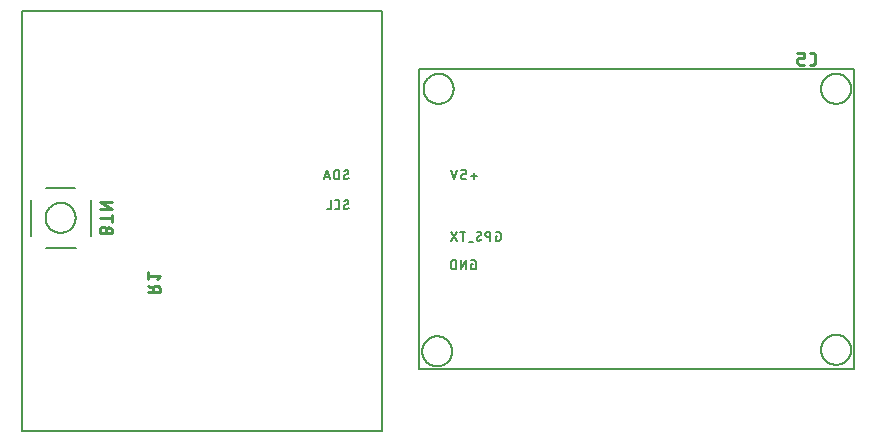
<source format=gbr>
G04 EAGLE Gerber RS-274X export*
G75*
%MOMM*%
%FSLAX34Y34*%
%LPD*%
%INSilkscreen Bottom*%
%IPPOS*%
%AMOC8*
5,1,8,0,0,1.08239X$1,22.5*%
G01*
%ADD10C,0.152400*%
%ADD11C,0.127000*%
%ADD12C,0.254000*%
%ADD13C,0.203200*%


D10*
X391546Y229939D02*
X386562Y229939D01*
X389054Y227447D02*
X389054Y232431D01*
X382491Y227032D02*
X379999Y227032D01*
X379920Y227034D01*
X379841Y227040D01*
X379763Y227049D01*
X379685Y227062D01*
X379607Y227079D01*
X379531Y227099D01*
X379456Y227123D01*
X379382Y227151D01*
X379309Y227182D01*
X379238Y227217D01*
X379169Y227255D01*
X379101Y227296D01*
X379036Y227340D01*
X378972Y227387D01*
X378911Y227438D01*
X378853Y227491D01*
X378797Y227547D01*
X378744Y227605D01*
X378693Y227666D01*
X378646Y227730D01*
X378602Y227795D01*
X378561Y227863D01*
X378523Y227932D01*
X378488Y228003D01*
X378457Y228076D01*
X378429Y228150D01*
X378405Y228225D01*
X378385Y228301D01*
X378368Y228379D01*
X378355Y228457D01*
X378346Y228535D01*
X378340Y228614D01*
X378338Y228693D01*
X378337Y228693D02*
X378337Y229524D01*
X378338Y229524D02*
X378340Y229603D01*
X378346Y229682D01*
X378355Y229760D01*
X378368Y229838D01*
X378385Y229916D01*
X378405Y229992D01*
X378429Y230067D01*
X378457Y230141D01*
X378488Y230214D01*
X378523Y230285D01*
X378561Y230355D01*
X378602Y230422D01*
X378646Y230487D01*
X378693Y230551D01*
X378744Y230612D01*
X378797Y230670D01*
X378853Y230726D01*
X378911Y230779D01*
X378972Y230830D01*
X379036Y230877D01*
X379101Y230921D01*
X379169Y230962D01*
X379238Y231000D01*
X379309Y231035D01*
X379382Y231066D01*
X379456Y231094D01*
X379531Y231118D01*
X379607Y231138D01*
X379685Y231155D01*
X379763Y231168D01*
X379841Y231177D01*
X379920Y231183D01*
X379999Y231185D01*
X382491Y231185D01*
X382491Y234508D01*
X378337Y234508D01*
X374806Y234508D02*
X372314Y227032D01*
X369822Y234508D01*
X407767Y179115D02*
X409013Y179115D01*
X407767Y179115D02*
X407767Y174962D01*
X410259Y174962D01*
X410338Y174964D01*
X410417Y174970D01*
X410495Y174979D01*
X410573Y174992D01*
X410651Y175009D01*
X410727Y175029D01*
X410802Y175053D01*
X410876Y175081D01*
X410949Y175112D01*
X411020Y175147D01*
X411090Y175185D01*
X411157Y175226D01*
X411222Y175270D01*
X411286Y175317D01*
X411347Y175368D01*
X411405Y175421D01*
X411461Y175477D01*
X411514Y175535D01*
X411565Y175596D01*
X411612Y175660D01*
X411656Y175725D01*
X411697Y175793D01*
X411735Y175862D01*
X411770Y175933D01*
X411801Y176006D01*
X411829Y176080D01*
X411853Y176155D01*
X411873Y176231D01*
X411890Y176309D01*
X411903Y176387D01*
X411912Y176465D01*
X411918Y176544D01*
X411920Y176623D01*
X411921Y176623D02*
X411921Y180777D01*
X411920Y180777D02*
X411918Y180856D01*
X411912Y180935D01*
X411903Y181013D01*
X411890Y181091D01*
X411873Y181169D01*
X411853Y181245D01*
X411829Y181320D01*
X411801Y181394D01*
X411770Y181467D01*
X411735Y181538D01*
X411697Y181608D01*
X411656Y181675D01*
X411612Y181740D01*
X411565Y181804D01*
X411514Y181865D01*
X411461Y181923D01*
X411405Y181979D01*
X411347Y182032D01*
X411286Y182083D01*
X411222Y182130D01*
X411157Y182174D01*
X411090Y182215D01*
X411020Y182253D01*
X410949Y182288D01*
X410876Y182319D01*
X410802Y182347D01*
X410727Y182371D01*
X410651Y182391D01*
X410573Y182408D01*
X410495Y182421D01*
X410417Y182430D01*
X410338Y182436D01*
X410259Y182438D01*
X407767Y182438D01*
X403094Y182438D02*
X403094Y174962D01*
X403094Y182438D02*
X401017Y182438D01*
X400928Y182436D01*
X400838Y182430D01*
X400750Y182421D01*
X400661Y182407D01*
X400574Y182390D01*
X400487Y182369D01*
X400401Y182344D01*
X400316Y182316D01*
X400233Y182284D01*
X400150Y182249D01*
X400070Y182210D01*
X399991Y182167D01*
X399915Y182121D01*
X399840Y182072D01*
X399767Y182020D01*
X399697Y181965D01*
X399629Y181907D01*
X399564Y181845D01*
X399502Y181782D01*
X399442Y181715D01*
X399385Y181646D01*
X399331Y181575D01*
X399281Y181501D01*
X399233Y181425D01*
X399189Y181347D01*
X399148Y181268D01*
X399111Y181187D01*
X399077Y181104D01*
X399047Y181020D01*
X399021Y180934D01*
X398998Y180848D01*
X398979Y180761D01*
X398964Y180673D01*
X398952Y180584D01*
X398944Y180495D01*
X398940Y180406D01*
X398940Y180316D01*
X398944Y180227D01*
X398952Y180138D01*
X398964Y180049D01*
X398979Y179961D01*
X398998Y179874D01*
X399021Y179788D01*
X399047Y179702D01*
X399077Y179618D01*
X399111Y179535D01*
X399148Y179454D01*
X399189Y179375D01*
X399233Y179297D01*
X399281Y179221D01*
X399331Y179147D01*
X399385Y179076D01*
X399442Y179007D01*
X399502Y178940D01*
X399564Y178877D01*
X399629Y178815D01*
X399697Y178757D01*
X399767Y178702D01*
X399840Y178650D01*
X399915Y178601D01*
X399991Y178555D01*
X400070Y178512D01*
X400150Y178473D01*
X400233Y178438D01*
X400316Y178406D01*
X400401Y178378D01*
X400487Y178353D01*
X400574Y178332D01*
X400661Y178315D01*
X400750Y178301D01*
X400838Y178292D01*
X400928Y178286D01*
X401017Y178284D01*
X401017Y178285D02*
X403094Y178285D01*
X393229Y174962D02*
X393150Y174964D01*
X393071Y174970D01*
X392993Y174979D01*
X392915Y174992D01*
X392837Y175009D01*
X392761Y175029D01*
X392686Y175053D01*
X392612Y175081D01*
X392539Y175112D01*
X392468Y175147D01*
X392399Y175185D01*
X392331Y175226D01*
X392266Y175270D01*
X392202Y175317D01*
X392141Y175368D01*
X392083Y175421D01*
X392027Y175477D01*
X391974Y175535D01*
X391923Y175596D01*
X391876Y175660D01*
X391832Y175725D01*
X391791Y175793D01*
X391753Y175862D01*
X391718Y175933D01*
X391687Y176006D01*
X391659Y176080D01*
X391635Y176155D01*
X391615Y176231D01*
X391598Y176309D01*
X391585Y176387D01*
X391576Y176465D01*
X391570Y176544D01*
X391568Y176623D01*
X393229Y174962D02*
X393344Y174964D01*
X393460Y174970D01*
X393575Y174979D01*
X393690Y174992D01*
X393804Y175009D01*
X393917Y175030D01*
X394030Y175055D01*
X394142Y175083D01*
X394253Y175115D01*
X394363Y175150D01*
X394472Y175189D01*
X394579Y175232D01*
X394685Y175278D01*
X394789Y175328D01*
X394892Y175381D01*
X394992Y175437D01*
X395091Y175497D01*
X395188Y175560D01*
X395283Y175626D01*
X395375Y175695D01*
X395466Y175767D01*
X395553Y175842D01*
X395639Y175920D01*
X395721Y176000D01*
X395513Y180777D02*
X395511Y180856D01*
X395505Y180935D01*
X395496Y181013D01*
X395483Y181091D01*
X395466Y181169D01*
X395446Y181245D01*
X395422Y181320D01*
X395394Y181394D01*
X395363Y181467D01*
X395328Y181538D01*
X395290Y181608D01*
X395249Y181675D01*
X395205Y181740D01*
X395158Y181804D01*
X395107Y181865D01*
X395054Y181923D01*
X394998Y181979D01*
X394940Y182032D01*
X394879Y182083D01*
X394815Y182130D01*
X394750Y182174D01*
X394683Y182215D01*
X394613Y182253D01*
X394542Y182288D01*
X394469Y182319D01*
X394395Y182347D01*
X394320Y182371D01*
X394244Y182391D01*
X394166Y182408D01*
X394088Y182421D01*
X394010Y182430D01*
X393931Y182436D01*
X393852Y182438D01*
X393747Y182436D01*
X393641Y182431D01*
X393536Y182422D01*
X393431Y182409D01*
X393327Y182393D01*
X393223Y182374D01*
X393120Y182351D01*
X393018Y182324D01*
X392917Y182294D01*
X392817Y182261D01*
X392718Y182224D01*
X392621Y182184D01*
X392524Y182141D01*
X392430Y182094D01*
X392337Y182045D01*
X392245Y181992D01*
X392156Y181936D01*
X392068Y181877D01*
X391983Y181815D01*
X394683Y179324D02*
X394750Y179366D01*
X394816Y179411D01*
X394879Y179459D01*
X394940Y179510D01*
X394999Y179564D01*
X395054Y179621D01*
X395108Y179680D01*
X395158Y179742D01*
X395205Y179806D01*
X395250Y179872D01*
X395291Y179940D01*
X395329Y180010D01*
X395363Y180082D01*
X395394Y180155D01*
X395422Y180230D01*
X395446Y180306D01*
X395466Y180383D01*
X395483Y180460D01*
X395496Y180539D01*
X395505Y180618D01*
X395511Y180697D01*
X395513Y180777D01*
X392399Y178076D02*
X392331Y178034D01*
X392265Y177989D01*
X392202Y177941D01*
X392141Y177890D01*
X392082Y177836D01*
X392027Y177779D01*
X391973Y177720D01*
X391923Y177658D01*
X391876Y177594D01*
X391831Y177528D01*
X391790Y177460D01*
X391752Y177390D01*
X391718Y177318D01*
X391687Y177245D01*
X391659Y177170D01*
X391635Y177094D01*
X391615Y177017D01*
X391598Y176940D01*
X391585Y176861D01*
X391576Y176782D01*
X391570Y176703D01*
X391568Y176623D01*
X392398Y178077D02*
X394682Y179323D01*
X388285Y174131D02*
X384963Y174131D01*
X379874Y174962D02*
X379874Y182438D01*
X381951Y182438D02*
X377797Y182438D01*
X369822Y182438D02*
X374806Y174962D01*
X369822Y174962D02*
X374806Y182438D01*
X387102Y154985D02*
X388348Y154985D01*
X387102Y154985D02*
X387102Y150832D01*
X389594Y150832D01*
X389673Y150834D01*
X389752Y150840D01*
X389830Y150849D01*
X389908Y150862D01*
X389986Y150879D01*
X390062Y150899D01*
X390137Y150923D01*
X390211Y150951D01*
X390284Y150982D01*
X390355Y151017D01*
X390425Y151055D01*
X390492Y151096D01*
X390557Y151140D01*
X390621Y151187D01*
X390682Y151238D01*
X390740Y151291D01*
X390796Y151347D01*
X390849Y151405D01*
X390900Y151466D01*
X390947Y151530D01*
X390991Y151595D01*
X391032Y151663D01*
X391070Y151732D01*
X391105Y151803D01*
X391136Y151876D01*
X391164Y151950D01*
X391188Y152025D01*
X391208Y152101D01*
X391225Y152179D01*
X391238Y152257D01*
X391247Y152335D01*
X391253Y152414D01*
X391255Y152493D01*
X391255Y156647D01*
X391253Y156726D01*
X391247Y156805D01*
X391238Y156883D01*
X391225Y156961D01*
X391208Y157039D01*
X391188Y157115D01*
X391164Y157190D01*
X391136Y157264D01*
X391105Y157337D01*
X391070Y157408D01*
X391032Y157478D01*
X390991Y157545D01*
X390947Y157610D01*
X390900Y157674D01*
X390849Y157735D01*
X390796Y157793D01*
X390740Y157849D01*
X390682Y157902D01*
X390621Y157953D01*
X390557Y158000D01*
X390492Y158044D01*
X390425Y158085D01*
X390355Y158123D01*
X390284Y158158D01*
X390211Y158189D01*
X390137Y158217D01*
X390062Y158241D01*
X389986Y158261D01*
X389908Y158278D01*
X389830Y158291D01*
X389752Y158300D01*
X389673Y158306D01*
X389594Y158308D01*
X387102Y158308D01*
X382615Y158308D02*
X382615Y150832D01*
X378462Y150832D02*
X382615Y158308D01*
X378462Y158308D02*
X378462Y150832D01*
X373975Y150832D02*
X373975Y158308D01*
X371899Y158308D01*
X371811Y158306D01*
X371723Y158301D01*
X371635Y158291D01*
X371548Y158278D01*
X371461Y158261D01*
X371376Y158241D01*
X371291Y158217D01*
X371207Y158189D01*
X371125Y158158D01*
X371043Y158124D01*
X370964Y158086D01*
X370886Y158044D01*
X370810Y158000D01*
X370736Y157952D01*
X370664Y157901D01*
X370594Y157847D01*
X370527Y157790D01*
X370462Y157731D01*
X370399Y157668D01*
X370340Y157603D01*
X370283Y157536D01*
X370229Y157466D01*
X370178Y157394D01*
X370130Y157320D01*
X370086Y157244D01*
X370044Y157166D01*
X370006Y157087D01*
X369972Y157005D01*
X369941Y156923D01*
X369913Y156839D01*
X369889Y156754D01*
X369869Y156669D01*
X369852Y156582D01*
X369839Y156495D01*
X369829Y156407D01*
X369824Y156319D01*
X369822Y156231D01*
X369822Y152909D01*
X369824Y152821D01*
X369829Y152733D01*
X369839Y152645D01*
X369852Y152558D01*
X369869Y152471D01*
X369889Y152386D01*
X369913Y152301D01*
X369941Y152217D01*
X369972Y152135D01*
X370006Y152053D01*
X370044Y151974D01*
X370086Y151896D01*
X370130Y151820D01*
X370178Y151746D01*
X370229Y151674D01*
X370283Y151604D01*
X370340Y151537D01*
X370399Y151472D01*
X370462Y151409D01*
X370527Y151350D01*
X370594Y151293D01*
X370664Y151239D01*
X370736Y151188D01*
X370810Y151140D01*
X370886Y151096D01*
X370964Y151054D01*
X371043Y151016D01*
X371125Y150982D01*
X371207Y150951D01*
X371291Y150923D01*
X371376Y150899D01*
X371461Y150879D01*
X371548Y150862D01*
X371635Y150849D01*
X371723Y150839D01*
X371811Y150834D01*
X371899Y150832D01*
X373975Y150832D01*
X280716Y227142D02*
X280637Y227144D01*
X280558Y227150D01*
X280480Y227159D01*
X280402Y227172D01*
X280324Y227189D01*
X280248Y227209D01*
X280173Y227233D01*
X280099Y227261D01*
X280026Y227292D01*
X279955Y227327D01*
X279886Y227365D01*
X279818Y227406D01*
X279753Y227450D01*
X279689Y227497D01*
X279628Y227548D01*
X279570Y227601D01*
X279514Y227657D01*
X279461Y227715D01*
X279410Y227776D01*
X279363Y227840D01*
X279319Y227905D01*
X279278Y227973D01*
X279240Y228042D01*
X279205Y228113D01*
X279174Y228186D01*
X279146Y228260D01*
X279122Y228335D01*
X279102Y228411D01*
X279085Y228489D01*
X279072Y228567D01*
X279063Y228645D01*
X279057Y228724D01*
X279055Y228803D01*
X280716Y227142D02*
X280831Y227144D01*
X280947Y227150D01*
X281062Y227159D01*
X281177Y227172D01*
X281291Y227189D01*
X281404Y227210D01*
X281517Y227235D01*
X281629Y227263D01*
X281740Y227295D01*
X281850Y227330D01*
X281959Y227369D01*
X282066Y227412D01*
X282172Y227458D01*
X282276Y227508D01*
X282379Y227561D01*
X282479Y227617D01*
X282578Y227677D01*
X282675Y227740D01*
X282770Y227806D01*
X282862Y227875D01*
X282953Y227947D01*
X283040Y228022D01*
X283126Y228100D01*
X283208Y228180D01*
X283000Y232957D02*
X282998Y233036D01*
X282992Y233115D01*
X282983Y233193D01*
X282970Y233271D01*
X282953Y233349D01*
X282933Y233425D01*
X282909Y233500D01*
X282881Y233574D01*
X282850Y233647D01*
X282815Y233718D01*
X282777Y233788D01*
X282736Y233855D01*
X282692Y233920D01*
X282645Y233984D01*
X282594Y234045D01*
X282541Y234103D01*
X282485Y234159D01*
X282427Y234212D01*
X282366Y234263D01*
X282302Y234310D01*
X282237Y234354D01*
X282170Y234395D01*
X282100Y234433D01*
X282029Y234468D01*
X281956Y234499D01*
X281882Y234527D01*
X281807Y234551D01*
X281731Y234571D01*
X281653Y234588D01*
X281575Y234601D01*
X281497Y234610D01*
X281418Y234616D01*
X281339Y234618D01*
X281234Y234616D01*
X281128Y234611D01*
X281023Y234602D01*
X280918Y234589D01*
X280814Y234573D01*
X280710Y234554D01*
X280607Y234531D01*
X280505Y234504D01*
X280404Y234474D01*
X280304Y234441D01*
X280205Y234404D01*
X280108Y234364D01*
X280011Y234321D01*
X279917Y234274D01*
X279824Y234225D01*
X279732Y234172D01*
X279643Y234116D01*
X279555Y234057D01*
X279470Y233995D01*
X282170Y231504D02*
X282237Y231546D01*
X282303Y231591D01*
X282366Y231639D01*
X282427Y231690D01*
X282486Y231744D01*
X282541Y231801D01*
X282595Y231860D01*
X282645Y231922D01*
X282692Y231986D01*
X282737Y232052D01*
X282778Y232120D01*
X282816Y232190D01*
X282850Y232262D01*
X282881Y232335D01*
X282909Y232410D01*
X282933Y232486D01*
X282953Y232563D01*
X282970Y232640D01*
X282983Y232719D01*
X282992Y232798D01*
X282998Y232877D01*
X283000Y232957D01*
X279886Y230256D02*
X279818Y230214D01*
X279752Y230169D01*
X279689Y230121D01*
X279628Y230070D01*
X279569Y230016D01*
X279514Y229959D01*
X279460Y229900D01*
X279410Y229838D01*
X279363Y229774D01*
X279318Y229708D01*
X279277Y229640D01*
X279239Y229570D01*
X279205Y229498D01*
X279174Y229425D01*
X279146Y229350D01*
X279122Y229274D01*
X279102Y229197D01*
X279085Y229120D01*
X279072Y229041D01*
X279063Y228962D01*
X279057Y228883D01*
X279055Y228803D01*
X279885Y230257D02*
X282170Y231503D01*
X275108Y234618D02*
X275108Y227142D01*
X275108Y234618D02*
X273031Y234618D01*
X272943Y234616D01*
X272855Y234611D01*
X272767Y234601D01*
X272680Y234588D01*
X272593Y234571D01*
X272508Y234551D01*
X272423Y234527D01*
X272339Y234499D01*
X272257Y234468D01*
X272175Y234434D01*
X272096Y234396D01*
X272018Y234354D01*
X271942Y234310D01*
X271868Y234262D01*
X271796Y234211D01*
X271726Y234157D01*
X271659Y234100D01*
X271594Y234041D01*
X271531Y233978D01*
X271472Y233913D01*
X271415Y233846D01*
X271361Y233776D01*
X271310Y233704D01*
X271262Y233630D01*
X271218Y233554D01*
X271176Y233476D01*
X271138Y233397D01*
X271104Y233315D01*
X271073Y233233D01*
X271045Y233149D01*
X271021Y233064D01*
X271001Y232979D01*
X270984Y232892D01*
X270971Y232805D01*
X270961Y232717D01*
X270956Y232629D01*
X270954Y232541D01*
X270955Y232541D02*
X270955Y229219D01*
X270954Y229219D02*
X270956Y229131D01*
X270961Y229043D01*
X270971Y228955D01*
X270984Y228868D01*
X271001Y228781D01*
X271021Y228696D01*
X271045Y228611D01*
X271073Y228527D01*
X271104Y228445D01*
X271138Y228363D01*
X271176Y228284D01*
X271218Y228206D01*
X271262Y228130D01*
X271310Y228056D01*
X271361Y227984D01*
X271415Y227914D01*
X271472Y227847D01*
X271531Y227782D01*
X271594Y227719D01*
X271659Y227660D01*
X271726Y227603D01*
X271796Y227549D01*
X271868Y227498D01*
X271942Y227450D01*
X272018Y227406D01*
X272096Y227364D01*
X272175Y227326D01*
X272257Y227292D01*
X272339Y227261D01*
X272423Y227233D01*
X272508Y227209D01*
X272593Y227189D01*
X272680Y227172D01*
X272767Y227159D01*
X272855Y227149D01*
X272943Y227144D01*
X273031Y227142D01*
X275108Y227142D01*
X267153Y227142D02*
X264661Y234618D01*
X262169Y227142D01*
X262792Y229011D02*
X266530Y229011D01*
X279055Y203403D02*
X279057Y203324D01*
X279063Y203245D01*
X279072Y203167D01*
X279085Y203089D01*
X279102Y203011D01*
X279122Y202935D01*
X279146Y202860D01*
X279174Y202786D01*
X279205Y202713D01*
X279240Y202642D01*
X279278Y202573D01*
X279319Y202505D01*
X279363Y202440D01*
X279410Y202376D01*
X279461Y202315D01*
X279514Y202257D01*
X279570Y202201D01*
X279628Y202148D01*
X279689Y202097D01*
X279753Y202050D01*
X279818Y202006D01*
X279886Y201965D01*
X279955Y201927D01*
X280026Y201892D01*
X280099Y201861D01*
X280173Y201833D01*
X280248Y201809D01*
X280324Y201789D01*
X280402Y201772D01*
X280480Y201759D01*
X280558Y201750D01*
X280637Y201744D01*
X280716Y201742D01*
X280831Y201744D01*
X280947Y201750D01*
X281062Y201759D01*
X281177Y201772D01*
X281291Y201789D01*
X281404Y201810D01*
X281517Y201835D01*
X281629Y201863D01*
X281740Y201895D01*
X281850Y201930D01*
X281959Y201969D01*
X282066Y202012D01*
X282172Y202058D01*
X282276Y202108D01*
X282379Y202161D01*
X282479Y202217D01*
X282578Y202277D01*
X282675Y202340D01*
X282770Y202406D01*
X282862Y202475D01*
X282953Y202547D01*
X283040Y202622D01*
X283126Y202700D01*
X283208Y202780D01*
X283000Y207557D02*
X282998Y207636D01*
X282992Y207715D01*
X282983Y207793D01*
X282970Y207871D01*
X282953Y207949D01*
X282933Y208025D01*
X282909Y208100D01*
X282881Y208174D01*
X282850Y208247D01*
X282815Y208318D01*
X282777Y208388D01*
X282736Y208455D01*
X282692Y208520D01*
X282645Y208584D01*
X282594Y208645D01*
X282541Y208703D01*
X282485Y208759D01*
X282427Y208812D01*
X282366Y208863D01*
X282302Y208910D01*
X282237Y208954D01*
X282170Y208995D01*
X282100Y209033D01*
X282029Y209068D01*
X281956Y209099D01*
X281882Y209127D01*
X281807Y209151D01*
X281731Y209171D01*
X281653Y209188D01*
X281575Y209201D01*
X281497Y209210D01*
X281418Y209216D01*
X281339Y209218D01*
X281234Y209216D01*
X281128Y209211D01*
X281023Y209202D01*
X280918Y209189D01*
X280814Y209173D01*
X280710Y209154D01*
X280607Y209131D01*
X280505Y209104D01*
X280404Y209074D01*
X280304Y209041D01*
X280205Y209004D01*
X280108Y208964D01*
X280011Y208921D01*
X279917Y208874D01*
X279824Y208825D01*
X279732Y208772D01*
X279643Y208716D01*
X279555Y208657D01*
X279470Y208595D01*
X282170Y206104D02*
X282237Y206146D01*
X282303Y206191D01*
X282366Y206239D01*
X282427Y206290D01*
X282486Y206344D01*
X282541Y206401D01*
X282595Y206460D01*
X282645Y206522D01*
X282692Y206586D01*
X282737Y206652D01*
X282778Y206720D01*
X282816Y206790D01*
X282850Y206862D01*
X282881Y206935D01*
X282909Y207010D01*
X282933Y207086D01*
X282953Y207163D01*
X282970Y207240D01*
X282983Y207319D01*
X282992Y207398D01*
X282998Y207477D01*
X283000Y207557D01*
X279886Y204856D02*
X279818Y204814D01*
X279752Y204769D01*
X279689Y204721D01*
X279628Y204670D01*
X279569Y204616D01*
X279514Y204559D01*
X279460Y204500D01*
X279410Y204438D01*
X279363Y204374D01*
X279318Y204308D01*
X279277Y204240D01*
X279239Y204170D01*
X279205Y204098D01*
X279174Y204025D01*
X279146Y203950D01*
X279122Y203874D01*
X279102Y203797D01*
X279085Y203720D01*
X279072Y203641D01*
X279063Y203562D01*
X279057Y203483D01*
X279055Y203403D01*
X279885Y204857D02*
X282170Y206103D01*
X273753Y201742D02*
X272092Y201742D01*
X273753Y201742D02*
X273832Y201744D01*
X273911Y201750D01*
X273989Y201759D01*
X274067Y201772D01*
X274145Y201789D01*
X274221Y201809D01*
X274296Y201833D01*
X274370Y201861D01*
X274443Y201892D01*
X274514Y201927D01*
X274584Y201965D01*
X274651Y202006D01*
X274716Y202050D01*
X274780Y202097D01*
X274841Y202148D01*
X274899Y202201D01*
X274955Y202257D01*
X275008Y202315D01*
X275059Y202376D01*
X275106Y202440D01*
X275150Y202505D01*
X275191Y202573D01*
X275229Y202642D01*
X275264Y202713D01*
X275295Y202786D01*
X275323Y202860D01*
X275347Y202935D01*
X275367Y203011D01*
X275384Y203089D01*
X275397Y203167D01*
X275406Y203245D01*
X275412Y203324D01*
X275414Y203403D01*
X275415Y203403D02*
X275415Y207557D01*
X275414Y207557D02*
X275412Y207636D01*
X275406Y207715D01*
X275397Y207793D01*
X275384Y207871D01*
X275367Y207949D01*
X275347Y208025D01*
X275323Y208100D01*
X275295Y208174D01*
X275264Y208247D01*
X275229Y208318D01*
X275191Y208388D01*
X275150Y208455D01*
X275106Y208520D01*
X275059Y208584D01*
X275008Y208645D01*
X274955Y208703D01*
X274899Y208759D01*
X274841Y208812D01*
X274780Y208863D01*
X274716Y208910D01*
X274651Y208954D01*
X274584Y208995D01*
X274514Y209033D01*
X274443Y209068D01*
X274370Y209099D01*
X274296Y209127D01*
X274221Y209151D01*
X274145Y209171D01*
X274067Y209188D01*
X273989Y209201D01*
X273911Y209210D01*
X273832Y209216D01*
X273753Y209218D01*
X272092Y209218D01*
X268333Y209218D02*
X268333Y201742D01*
X265010Y201742D01*
D11*
X311150Y13970D02*
X6350Y13970D01*
X6350Y369570D01*
X311150Y369570D01*
X311150Y13970D01*
D12*
X123190Y131227D02*
X113030Y131227D01*
X123190Y131227D02*
X123190Y134049D01*
X123188Y134155D01*
X123182Y134260D01*
X123172Y134365D01*
X123158Y134470D01*
X123141Y134574D01*
X123119Y134677D01*
X123094Y134779D01*
X123065Y134881D01*
X123032Y134981D01*
X122995Y135080D01*
X122955Y135177D01*
X122911Y135273D01*
X122863Y135368D01*
X122812Y135460D01*
X122757Y135550D01*
X122700Y135639D01*
X122639Y135725D01*
X122574Y135808D01*
X122507Y135890D01*
X122437Y135968D01*
X122363Y136044D01*
X122287Y136118D01*
X122209Y136188D01*
X122127Y136255D01*
X122044Y136320D01*
X121958Y136381D01*
X121869Y136438D01*
X121779Y136493D01*
X121687Y136544D01*
X121592Y136592D01*
X121496Y136636D01*
X121399Y136676D01*
X121300Y136713D01*
X121200Y136746D01*
X121098Y136775D01*
X120996Y136800D01*
X120893Y136822D01*
X120789Y136839D01*
X120684Y136853D01*
X120579Y136863D01*
X120474Y136869D01*
X120368Y136871D01*
X120262Y136869D01*
X120157Y136863D01*
X120052Y136853D01*
X119947Y136839D01*
X119843Y136822D01*
X119740Y136800D01*
X119638Y136775D01*
X119536Y136746D01*
X119436Y136713D01*
X119337Y136676D01*
X119240Y136636D01*
X119144Y136592D01*
X119049Y136544D01*
X118957Y136493D01*
X118867Y136438D01*
X118778Y136381D01*
X118692Y136320D01*
X118609Y136255D01*
X118527Y136188D01*
X118449Y136118D01*
X118373Y136044D01*
X118299Y135968D01*
X118229Y135890D01*
X118162Y135808D01*
X118097Y135725D01*
X118036Y135639D01*
X117979Y135550D01*
X117924Y135460D01*
X117873Y135368D01*
X117825Y135273D01*
X117781Y135177D01*
X117741Y135080D01*
X117704Y134981D01*
X117671Y134881D01*
X117642Y134779D01*
X117617Y134677D01*
X117595Y134574D01*
X117578Y134470D01*
X117564Y134365D01*
X117554Y134260D01*
X117548Y134155D01*
X117546Y134049D01*
X117546Y131227D01*
X117546Y134614D02*
X113030Y136872D01*
X120932Y142528D02*
X123190Y145351D01*
X113030Y145351D01*
X113030Y148173D02*
X113030Y142528D01*
D11*
X342900Y66040D02*
X342900Y320040D01*
X711200Y320040D01*
X711200Y66040D01*
X342900Y66040D01*
X346710Y303530D02*
X346714Y303842D01*
X346725Y304153D01*
X346744Y304464D01*
X346771Y304775D01*
X346806Y305085D01*
X346847Y305393D01*
X346897Y305701D01*
X346954Y306008D01*
X347019Y306313D01*
X347091Y306616D01*
X347170Y306917D01*
X347257Y307217D01*
X347351Y307514D01*
X347452Y307809D01*
X347561Y308101D01*
X347677Y308390D01*
X347800Y308677D01*
X347929Y308960D01*
X348066Y309240D01*
X348210Y309517D01*
X348360Y309790D01*
X348517Y310059D01*
X348680Y310324D01*
X348850Y310586D01*
X349027Y310843D01*
X349209Y311095D01*
X349398Y311343D01*
X349593Y311587D01*
X349793Y311825D01*
X350000Y312059D01*
X350212Y312287D01*
X350430Y312510D01*
X350653Y312728D01*
X350881Y312940D01*
X351115Y313147D01*
X351353Y313347D01*
X351597Y313542D01*
X351845Y313731D01*
X352097Y313913D01*
X352354Y314090D01*
X352616Y314260D01*
X352881Y314423D01*
X353150Y314580D01*
X353423Y314730D01*
X353700Y314874D01*
X353980Y315011D01*
X354263Y315140D01*
X354550Y315263D01*
X354839Y315379D01*
X355131Y315488D01*
X355426Y315589D01*
X355723Y315683D01*
X356023Y315770D01*
X356324Y315849D01*
X356627Y315921D01*
X356932Y315986D01*
X357239Y316043D01*
X357547Y316093D01*
X357855Y316134D01*
X358165Y316169D01*
X358476Y316196D01*
X358787Y316215D01*
X359098Y316226D01*
X359410Y316230D01*
X359722Y316226D01*
X360033Y316215D01*
X360344Y316196D01*
X360655Y316169D01*
X360965Y316134D01*
X361273Y316093D01*
X361581Y316043D01*
X361888Y315986D01*
X362193Y315921D01*
X362496Y315849D01*
X362797Y315770D01*
X363097Y315683D01*
X363394Y315589D01*
X363689Y315488D01*
X363981Y315379D01*
X364270Y315263D01*
X364557Y315140D01*
X364840Y315011D01*
X365120Y314874D01*
X365397Y314730D01*
X365670Y314580D01*
X365939Y314423D01*
X366204Y314260D01*
X366466Y314090D01*
X366723Y313913D01*
X366975Y313731D01*
X367223Y313542D01*
X367467Y313347D01*
X367705Y313147D01*
X367939Y312940D01*
X368167Y312728D01*
X368390Y312510D01*
X368608Y312287D01*
X368820Y312059D01*
X369027Y311825D01*
X369227Y311587D01*
X369422Y311343D01*
X369611Y311095D01*
X369793Y310843D01*
X369970Y310586D01*
X370140Y310324D01*
X370303Y310059D01*
X370460Y309790D01*
X370610Y309517D01*
X370754Y309240D01*
X370891Y308960D01*
X371020Y308677D01*
X371143Y308390D01*
X371259Y308101D01*
X371368Y307809D01*
X371469Y307514D01*
X371563Y307217D01*
X371650Y306917D01*
X371729Y306616D01*
X371801Y306313D01*
X371866Y306008D01*
X371923Y305701D01*
X371973Y305393D01*
X372014Y305085D01*
X372049Y304775D01*
X372076Y304464D01*
X372095Y304153D01*
X372106Y303842D01*
X372110Y303530D01*
X372106Y303218D01*
X372095Y302907D01*
X372076Y302596D01*
X372049Y302285D01*
X372014Y301975D01*
X371973Y301667D01*
X371923Y301359D01*
X371866Y301052D01*
X371801Y300747D01*
X371729Y300444D01*
X371650Y300143D01*
X371563Y299843D01*
X371469Y299546D01*
X371368Y299251D01*
X371259Y298959D01*
X371143Y298670D01*
X371020Y298383D01*
X370891Y298100D01*
X370754Y297820D01*
X370610Y297543D01*
X370460Y297270D01*
X370303Y297001D01*
X370140Y296736D01*
X369970Y296474D01*
X369793Y296217D01*
X369611Y295965D01*
X369422Y295717D01*
X369227Y295473D01*
X369027Y295235D01*
X368820Y295001D01*
X368608Y294773D01*
X368390Y294550D01*
X368167Y294332D01*
X367939Y294120D01*
X367705Y293913D01*
X367467Y293713D01*
X367223Y293518D01*
X366975Y293329D01*
X366723Y293147D01*
X366466Y292970D01*
X366204Y292800D01*
X365939Y292637D01*
X365670Y292480D01*
X365397Y292330D01*
X365120Y292186D01*
X364840Y292049D01*
X364557Y291920D01*
X364270Y291797D01*
X363981Y291681D01*
X363689Y291572D01*
X363394Y291471D01*
X363097Y291377D01*
X362797Y291290D01*
X362496Y291211D01*
X362193Y291139D01*
X361888Y291074D01*
X361581Y291017D01*
X361273Y290967D01*
X360965Y290926D01*
X360655Y290891D01*
X360344Y290864D01*
X360033Y290845D01*
X359722Y290834D01*
X359410Y290830D01*
X359098Y290834D01*
X358787Y290845D01*
X358476Y290864D01*
X358165Y290891D01*
X357855Y290926D01*
X357547Y290967D01*
X357239Y291017D01*
X356932Y291074D01*
X356627Y291139D01*
X356324Y291211D01*
X356023Y291290D01*
X355723Y291377D01*
X355426Y291471D01*
X355131Y291572D01*
X354839Y291681D01*
X354550Y291797D01*
X354263Y291920D01*
X353980Y292049D01*
X353700Y292186D01*
X353423Y292330D01*
X353150Y292480D01*
X352881Y292637D01*
X352616Y292800D01*
X352354Y292970D01*
X352097Y293147D01*
X351845Y293329D01*
X351597Y293518D01*
X351353Y293713D01*
X351115Y293913D01*
X350881Y294120D01*
X350653Y294332D01*
X350430Y294550D01*
X350212Y294773D01*
X350000Y295001D01*
X349793Y295235D01*
X349593Y295473D01*
X349398Y295717D01*
X349209Y295965D01*
X349027Y296217D01*
X348850Y296474D01*
X348680Y296736D01*
X348517Y297001D01*
X348360Y297270D01*
X348210Y297543D01*
X348066Y297820D01*
X347929Y298100D01*
X347800Y298383D01*
X347677Y298670D01*
X347561Y298959D01*
X347452Y299251D01*
X347351Y299546D01*
X347257Y299843D01*
X347170Y300143D01*
X347091Y300444D01*
X347019Y300747D01*
X346954Y301052D01*
X346897Y301359D01*
X346847Y301667D01*
X346806Y301975D01*
X346771Y302285D01*
X346744Y302596D01*
X346725Y302907D01*
X346714Y303218D01*
X346710Y303530D01*
X345440Y81280D02*
X345444Y81592D01*
X345455Y81903D01*
X345474Y82214D01*
X345501Y82525D01*
X345536Y82835D01*
X345577Y83143D01*
X345627Y83451D01*
X345684Y83758D01*
X345749Y84063D01*
X345821Y84366D01*
X345900Y84667D01*
X345987Y84967D01*
X346081Y85264D01*
X346182Y85559D01*
X346291Y85851D01*
X346407Y86140D01*
X346530Y86427D01*
X346659Y86710D01*
X346796Y86990D01*
X346940Y87267D01*
X347090Y87540D01*
X347247Y87809D01*
X347410Y88074D01*
X347580Y88336D01*
X347757Y88593D01*
X347939Y88845D01*
X348128Y89093D01*
X348323Y89337D01*
X348523Y89575D01*
X348730Y89809D01*
X348942Y90037D01*
X349160Y90260D01*
X349383Y90478D01*
X349611Y90690D01*
X349845Y90897D01*
X350083Y91097D01*
X350327Y91292D01*
X350575Y91481D01*
X350827Y91663D01*
X351084Y91840D01*
X351346Y92010D01*
X351611Y92173D01*
X351880Y92330D01*
X352153Y92480D01*
X352430Y92624D01*
X352710Y92761D01*
X352993Y92890D01*
X353280Y93013D01*
X353569Y93129D01*
X353861Y93238D01*
X354156Y93339D01*
X354453Y93433D01*
X354753Y93520D01*
X355054Y93599D01*
X355357Y93671D01*
X355662Y93736D01*
X355969Y93793D01*
X356277Y93843D01*
X356585Y93884D01*
X356895Y93919D01*
X357206Y93946D01*
X357517Y93965D01*
X357828Y93976D01*
X358140Y93980D01*
X358452Y93976D01*
X358763Y93965D01*
X359074Y93946D01*
X359385Y93919D01*
X359695Y93884D01*
X360003Y93843D01*
X360311Y93793D01*
X360618Y93736D01*
X360923Y93671D01*
X361226Y93599D01*
X361527Y93520D01*
X361827Y93433D01*
X362124Y93339D01*
X362419Y93238D01*
X362711Y93129D01*
X363000Y93013D01*
X363287Y92890D01*
X363570Y92761D01*
X363850Y92624D01*
X364127Y92480D01*
X364400Y92330D01*
X364669Y92173D01*
X364934Y92010D01*
X365196Y91840D01*
X365453Y91663D01*
X365705Y91481D01*
X365953Y91292D01*
X366197Y91097D01*
X366435Y90897D01*
X366669Y90690D01*
X366897Y90478D01*
X367120Y90260D01*
X367338Y90037D01*
X367550Y89809D01*
X367757Y89575D01*
X367957Y89337D01*
X368152Y89093D01*
X368341Y88845D01*
X368523Y88593D01*
X368700Y88336D01*
X368870Y88074D01*
X369033Y87809D01*
X369190Y87540D01*
X369340Y87267D01*
X369484Y86990D01*
X369621Y86710D01*
X369750Y86427D01*
X369873Y86140D01*
X369989Y85851D01*
X370098Y85559D01*
X370199Y85264D01*
X370293Y84967D01*
X370380Y84667D01*
X370459Y84366D01*
X370531Y84063D01*
X370596Y83758D01*
X370653Y83451D01*
X370703Y83143D01*
X370744Y82835D01*
X370779Y82525D01*
X370806Y82214D01*
X370825Y81903D01*
X370836Y81592D01*
X370840Y81280D01*
X370836Y80968D01*
X370825Y80657D01*
X370806Y80346D01*
X370779Y80035D01*
X370744Y79725D01*
X370703Y79417D01*
X370653Y79109D01*
X370596Y78802D01*
X370531Y78497D01*
X370459Y78194D01*
X370380Y77893D01*
X370293Y77593D01*
X370199Y77296D01*
X370098Y77001D01*
X369989Y76709D01*
X369873Y76420D01*
X369750Y76133D01*
X369621Y75850D01*
X369484Y75570D01*
X369340Y75293D01*
X369190Y75020D01*
X369033Y74751D01*
X368870Y74486D01*
X368700Y74224D01*
X368523Y73967D01*
X368341Y73715D01*
X368152Y73467D01*
X367957Y73223D01*
X367757Y72985D01*
X367550Y72751D01*
X367338Y72523D01*
X367120Y72300D01*
X366897Y72082D01*
X366669Y71870D01*
X366435Y71663D01*
X366197Y71463D01*
X365953Y71268D01*
X365705Y71079D01*
X365453Y70897D01*
X365196Y70720D01*
X364934Y70550D01*
X364669Y70387D01*
X364400Y70230D01*
X364127Y70080D01*
X363850Y69936D01*
X363570Y69799D01*
X363287Y69670D01*
X363000Y69547D01*
X362711Y69431D01*
X362419Y69322D01*
X362124Y69221D01*
X361827Y69127D01*
X361527Y69040D01*
X361226Y68961D01*
X360923Y68889D01*
X360618Y68824D01*
X360311Y68767D01*
X360003Y68717D01*
X359695Y68676D01*
X359385Y68641D01*
X359074Y68614D01*
X358763Y68595D01*
X358452Y68584D01*
X358140Y68580D01*
X357828Y68584D01*
X357517Y68595D01*
X357206Y68614D01*
X356895Y68641D01*
X356585Y68676D01*
X356277Y68717D01*
X355969Y68767D01*
X355662Y68824D01*
X355357Y68889D01*
X355054Y68961D01*
X354753Y69040D01*
X354453Y69127D01*
X354156Y69221D01*
X353861Y69322D01*
X353569Y69431D01*
X353280Y69547D01*
X352993Y69670D01*
X352710Y69799D01*
X352430Y69936D01*
X352153Y70080D01*
X351880Y70230D01*
X351611Y70387D01*
X351346Y70550D01*
X351084Y70720D01*
X350827Y70897D01*
X350575Y71079D01*
X350327Y71268D01*
X350083Y71463D01*
X349845Y71663D01*
X349611Y71870D01*
X349383Y72082D01*
X349160Y72300D01*
X348942Y72523D01*
X348730Y72751D01*
X348523Y72985D01*
X348323Y73223D01*
X348128Y73467D01*
X347939Y73715D01*
X347757Y73967D01*
X347580Y74224D01*
X347410Y74486D01*
X347247Y74751D01*
X347090Y75020D01*
X346940Y75293D01*
X346796Y75570D01*
X346659Y75850D01*
X346530Y76133D01*
X346407Y76420D01*
X346291Y76709D01*
X346182Y77001D01*
X346081Y77296D01*
X345987Y77593D01*
X345900Y77893D01*
X345821Y78194D01*
X345749Y78497D01*
X345684Y78802D01*
X345627Y79109D01*
X345577Y79417D01*
X345536Y79725D01*
X345501Y80035D01*
X345474Y80346D01*
X345455Y80657D01*
X345444Y80968D01*
X345440Y81280D01*
X683260Y303530D02*
X683264Y303842D01*
X683275Y304153D01*
X683294Y304464D01*
X683321Y304775D01*
X683356Y305085D01*
X683397Y305393D01*
X683447Y305701D01*
X683504Y306008D01*
X683569Y306313D01*
X683641Y306616D01*
X683720Y306917D01*
X683807Y307217D01*
X683901Y307514D01*
X684002Y307809D01*
X684111Y308101D01*
X684227Y308390D01*
X684350Y308677D01*
X684479Y308960D01*
X684616Y309240D01*
X684760Y309517D01*
X684910Y309790D01*
X685067Y310059D01*
X685230Y310324D01*
X685400Y310586D01*
X685577Y310843D01*
X685759Y311095D01*
X685948Y311343D01*
X686143Y311587D01*
X686343Y311825D01*
X686550Y312059D01*
X686762Y312287D01*
X686980Y312510D01*
X687203Y312728D01*
X687431Y312940D01*
X687665Y313147D01*
X687903Y313347D01*
X688147Y313542D01*
X688395Y313731D01*
X688647Y313913D01*
X688904Y314090D01*
X689166Y314260D01*
X689431Y314423D01*
X689700Y314580D01*
X689973Y314730D01*
X690250Y314874D01*
X690530Y315011D01*
X690813Y315140D01*
X691100Y315263D01*
X691389Y315379D01*
X691681Y315488D01*
X691976Y315589D01*
X692273Y315683D01*
X692573Y315770D01*
X692874Y315849D01*
X693177Y315921D01*
X693482Y315986D01*
X693789Y316043D01*
X694097Y316093D01*
X694405Y316134D01*
X694715Y316169D01*
X695026Y316196D01*
X695337Y316215D01*
X695648Y316226D01*
X695960Y316230D01*
X696272Y316226D01*
X696583Y316215D01*
X696894Y316196D01*
X697205Y316169D01*
X697515Y316134D01*
X697823Y316093D01*
X698131Y316043D01*
X698438Y315986D01*
X698743Y315921D01*
X699046Y315849D01*
X699347Y315770D01*
X699647Y315683D01*
X699944Y315589D01*
X700239Y315488D01*
X700531Y315379D01*
X700820Y315263D01*
X701107Y315140D01*
X701390Y315011D01*
X701670Y314874D01*
X701947Y314730D01*
X702220Y314580D01*
X702489Y314423D01*
X702754Y314260D01*
X703016Y314090D01*
X703273Y313913D01*
X703525Y313731D01*
X703773Y313542D01*
X704017Y313347D01*
X704255Y313147D01*
X704489Y312940D01*
X704717Y312728D01*
X704940Y312510D01*
X705158Y312287D01*
X705370Y312059D01*
X705577Y311825D01*
X705777Y311587D01*
X705972Y311343D01*
X706161Y311095D01*
X706343Y310843D01*
X706520Y310586D01*
X706690Y310324D01*
X706853Y310059D01*
X707010Y309790D01*
X707160Y309517D01*
X707304Y309240D01*
X707441Y308960D01*
X707570Y308677D01*
X707693Y308390D01*
X707809Y308101D01*
X707918Y307809D01*
X708019Y307514D01*
X708113Y307217D01*
X708200Y306917D01*
X708279Y306616D01*
X708351Y306313D01*
X708416Y306008D01*
X708473Y305701D01*
X708523Y305393D01*
X708564Y305085D01*
X708599Y304775D01*
X708626Y304464D01*
X708645Y304153D01*
X708656Y303842D01*
X708660Y303530D01*
X708656Y303218D01*
X708645Y302907D01*
X708626Y302596D01*
X708599Y302285D01*
X708564Y301975D01*
X708523Y301667D01*
X708473Y301359D01*
X708416Y301052D01*
X708351Y300747D01*
X708279Y300444D01*
X708200Y300143D01*
X708113Y299843D01*
X708019Y299546D01*
X707918Y299251D01*
X707809Y298959D01*
X707693Y298670D01*
X707570Y298383D01*
X707441Y298100D01*
X707304Y297820D01*
X707160Y297543D01*
X707010Y297270D01*
X706853Y297001D01*
X706690Y296736D01*
X706520Y296474D01*
X706343Y296217D01*
X706161Y295965D01*
X705972Y295717D01*
X705777Y295473D01*
X705577Y295235D01*
X705370Y295001D01*
X705158Y294773D01*
X704940Y294550D01*
X704717Y294332D01*
X704489Y294120D01*
X704255Y293913D01*
X704017Y293713D01*
X703773Y293518D01*
X703525Y293329D01*
X703273Y293147D01*
X703016Y292970D01*
X702754Y292800D01*
X702489Y292637D01*
X702220Y292480D01*
X701947Y292330D01*
X701670Y292186D01*
X701390Y292049D01*
X701107Y291920D01*
X700820Y291797D01*
X700531Y291681D01*
X700239Y291572D01*
X699944Y291471D01*
X699647Y291377D01*
X699347Y291290D01*
X699046Y291211D01*
X698743Y291139D01*
X698438Y291074D01*
X698131Y291017D01*
X697823Y290967D01*
X697515Y290926D01*
X697205Y290891D01*
X696894Y290864D01*
X696583Y290845D01*
X696272Y290834D01*
X695960Y290830D01*
X695648Y290834D01*
X695337Y290845D01*
X695026Y290864D01*
X694715Y290891D01*
X694405Y290926D01*
X694097Y290967D01*
X693789Y291017D01*
X693482Y291074D01*
X693177Y291139D01*
X692874Y291211D01*
X692573Y291290D01*
X692273Y291377D01*
X691976Y291471D01*
X691681Y291572D01*
X691389Y291681D01*
X691100Y291797D01*
X690813Y291920D01*
X690530Y292049D01*
X690250Y292186D01*
X689973Y292330D01*
X689700Y292480D01*
X689431Y292637D01*
X689166Y292800D01*
X688904Y292970D01*
X688647Y293147D01*
X688395Y293329D01*
X688147Y293518D01*
X687903Y293713D01*
X687665Y293913D01*
X687431Y294120D01*
X687203Y294332D01*
X686980Y294550D01*
X686762Y294773D01*
X686550Y295001D01*
X686343Y295235D01*
X686143Y295473D01*
X685948Y295717D01*
X685759Y295965D01*
X685577Y296217D01*
X685400Y296474D01*
X685230Y296736D01*
X685067Y297001D01*
X684910Y297270D01*
X684760Y297543D01*
X684616Y297820D01*
X684479Y298100D01*
X684350Y298383D01*
X684227Y298670D01*
X684111Y298959D01*
X684002Y299251D01*
X683901Y299546D01*
X683807Y299843D01*
X683720Y300143D01*
X683641Y300444D01*
X683569Y300747D01*
X683504Y301052D01*
X683447Y301359D01*
X683397Y301667D01*
X683356Y301975D01*
X683321Y302285D01*
X683294Y302596D01*
X683275Y302907D01*
X683264Y303218D01*
X683260Y303530D01*
X683260Y82550D02*
X683264Y82862D01*
X683275Y83173D01*
X683294Y83484D01*
X683321Y83795D01*
X683356Y84105D01*
X683397Y84413D01*
X683447Y84721D01*
X683504Y85028D01*
X683569Y85333D01*
X683641Y85636D01*
X683720Y85937D01*
X683807Y86237D01*
X683901Y86534D01*
X684002Y86829D01*
X684111Y87121D01*
X684227Y87410D01*
X684350Y87697D01*
X684479Y87980D01*
X684616Y88260D01*
X684760Y88537D01*
X684910Y88810D01*
X685067Y89079D01*
X685230Y89344D01*
X685400Y89606D01*
X685577Y89863D01*
X685759Y90115D01*
X685948Y90363D01*
X686143Y90607D01*
X686343Y90845D01*
X686550Y91079D01*
X686762Y91307D01*
X686980Y91530D01*
X687203Y91748D01*
X687431Y91960D01*
X687665Y92167D01*
X687903Y92367D01*
X688147Y92562D01*
X688395Y92751D01*
X688647Y92933D01*
X688904Y93110D01*
X689166Y93280D01*
X689431Y93443D01*
X689700Y93600D01*
X689973Y93750D01*
X690250Y93894D01*
X690530Y94031D01*
X690813Y94160D01*
X691100Y94283D01*
X691389Y94399D01*
X691681Y94508D01*
X691976Y94609D01*
X692273Y94703D01*
X692573Y94790D01*
X692874Y94869D01*
X693177Y94941D01*
X693482Y95006D01*
X693789Y95063D01*
X694097Y95113D01*
X694405Y95154D01*
X694715Y95189D01*
X695026Y95216D01*
X695337Y95235D01*
X695648Y95246D01*
X695960Y95250D01*
X696272Y95246D01*
X696583Y95235D01*
X696894Y95216D01*
X697205Y95189D01*
X697515Y95154D01*
X697823Y95113D01*
X698131Y95063D01*
X698438Y95006D01*
X698743Y94941D01*
X699046Y94869D01*
X699347Y94790D01*
X699647Y94703D01*
X699944Y94609D01*
X700239Y94508D01*
X700531Y94399D01*
X700820Y94283D01*
X701107Y94160D01*
X701390Y94031D01*
X701670Y93894D01*
X701947Y93750D01*
X702220Y93600D01*
X702489Y93443D01*
X702754Y93280D01*
X703016Y93110D01*
X703273Y92933D01*
X703525Y92751D01*
X703773Y92562D01*
X704017Y92367D01*
X704255Y92167D01*
X704489Y91960D01*
X704717Y91748D01*
X704940Y91530D01*
X705158Y91307D01*
X705370Y91079D01*
X705577Y90845D01*
X705777Y90607D01*
X705972Y90363D01*
X706161Y90115D01*
X706343Y89863D01*
X706520Y89606D01*
X706690Y89344D01*
X706853Y89079D01*
X707010Y88810D01*
X707160Y88537D01*
X707304Y88260D01*
X707441Y87980D01*
X707570Y87697D01*
X707693Y87410D01*
X707809Y87121D01*
X707918Y86829D01*
X708019Y86534D01*
X708113Y86237D01*
X708200Y85937D01*
X708279Y85636D01*
X708351Y85333D01*
X708416Y85028D01*
X708473Y84721D01*
X708523Y84413D01*
X708564Y84105D01*
X708599Y83795D01*
X708626Y83484D01*
X708645Y83173D01*
X708656Y82862D01*
X708660Y82550D01*
X708656Y82238D01*
X708645Y81927D01*
X708626Y81616D01*
X708599Y81305D01*
X708564Y80995D01*
X708523Y80687D01*
X708473Y80379D01*
X708416Y80072D01*
X708351Y79767D01*
X708279Y79464D01*
X708200Y79163D01*
X708113Y78863D01*
X708019Y78566D01*
X707918Y78271D01*
X707809Y77979D01*
X707693Y77690D01*
X707570Y77403D01*
X707441Y77120D01*
X707304Y76840D01*
X707160Y76563D01*
X707010Y76290D01*
X706853Y76021D01*
X706690Y75756D01*
X706520Y75494D01*
X706343Y75237D01*
X706161Y74985D01*
X705972Y74737D01*
X705777Y74493D01*
X705577Y74255D01*
X705370Y74021D01*
X705158Y73793D01*
X704940Y73570D01*
X704717Y73352D01*
X704489Y73140D01*
X704255Y72933D01*
X704017Y72733D01*
X703773Y72538D01*
X703525Y72349D01*
X703273Y72167D01*
X703016Y71990D01*
X702754Y71820D01*
X702489Y71657D01*
X702220Y71500D01*
X701947Y71350D01*
X701670Y71206D01*
X701390Y71069D01*
X701107Y70940D01*
X700820Y70817D01*
X700531Y70701D01*
X700239Y70592D01*
X699944Y70491D01*
X699647Y70397D01*
X699347Y70310D01*
X699046Y70231D01*
X698743Y70159D01*
X698438Y70094D01*
X698131Y70037D01*
X697823Y69987D01*
X697515Y69946D01*
X697205Y69911D01*
X696894Y69884D01*
X696583Y69865D01*
X696272Y69854D01*
X695960Y69850D01*
X695648Y69854D01*
X695337Y69865D01*
X695026Y69884D01*
X694715Y69911D01*
X694405Y69946D01*
X694097Y69987D01*
X693789Y70037D01*
X693482Y70094D01*
X693177Y70159D01*
X692874Y70231D01*
X692573Y70310D01*
X692273Y70397D01*
X691976Y70491D01*
X691681Y70592D01*
X691389Y70701D01*
X691100Y70817D01*
X690813Y70940D01*
X690530Y71069D01*
X690250Y71206D01*
X689973Y71350D01*
X689700Y71500D01*
X689431Y71657D01*
X689166Y71820D01*
X688904Y71990D01*
X688647Y72167D01*
X688395Y72349D01*
X688147Y72538D01*
X687903Y72733D01*
X687665Y72933D01*
X687431Y73140D01*
X687203Y73352D01*
X686980Y73570D01*
X686762Y73793D01*
X686550Y74021D01*
X686343Y74255D01*
X686143Y74493D01*
X685948Y74737D01*
X685759Y74985D01*
X685577Y75237D01*
X685400Y75494D01*
X685230Y75756D01*
X685067Y76021D01*
X684910Y76290D01*
X684760Y76563D01*
X684616Y76840D01*
X684479Y77120D01*
X684350Y77403D01*
X684227Y77690D01*
X684111Y77979D01*
X684002Y78271D01*
X683901Y78566D01*
X683807Y78863D01*
X683720Y79163D01*
X683641Y79464D01*
X683569Y79767D01*
X683504Y80072D01*
X683447Y80379D01*
X683397Y80687D01*
X683356Y80995D01*
X683321Y81305D01*
X683294Y81616D01*
X683275Y81927D01*
X683264Y82238D01*
X683260Y82550D01*
D12*
X675916Y323850D02*
X673658Y323850D01*
X675916Y323850D02*
X676009Y323852D01*
X676102Y323858D01*
X676195Y323867D01*
X676288Y323881D01*
X676379Y323898D01*
X676470Y323919D01*
X676560Y323944D01*
X676649Y323972D01*
X676737Y324004D01*
X676823Y324040D01*
X676908Y324079D01*
X676991Y324122D01*
X677072Y324168D01*
X677151Y324218D01*
X677228Y324270D01*
X677303Y324326D01*
X677375Y324385D01*
X677445Y324447D01*
X677513Y324511D01*
X677577Y324579D01*
X677639Y324649D01*
X677698Y324721D01*
X677754Y324796D01*
X677806Y324873D01*
X677856Y324952D01*
X677902Y325033D01*
X677945Y325116D01*
X677984Y325201D01*
X678020Y325287D01*
X678052Y325375D01*
X678080Y325464D01*
X678105Y325554D01*
X678126Y325645D01*
X678143Y325736D01*
X678157Y325829D01*
X678166Y325922D01*
X678172Y326015D01*
X678174Y326108D01*
X678174Y331752D01*
X678172Y331845D01*
X678166Y331938D01*
X678157Y332031D01*
X678143Y332124D01*
X678126Y332215D01*
X678105Y332306D01*
X678080Y332396D01*
X678052Y332485D01*
X678020Y332573D01*
X677984Y332659D01*
X677945Y332744D01*
X677902Y332827D01*
X677856Y332908D01*
X677806Y332987D01*
X677754Y333064D01*
X677698Y333139D01*
X677639Y333211D01*
X677577Y333281D01*
X677513Y333349D01*
X677445Y333413D01*
X677375Y333475D01*
X677303Y333534D01*
X677228Y333590D01*
X677151Y333642D01*
X677072Y333692D01*
X676991Y333738D01*
X676908Y333781D01*
X676823Y333820D01*
X676737Y333856D01*
X676649Y333888D01*
X676560Y333916D01*
X676470Y333941D01*
X676379Y333962D01*
X676288Y333979D01*
X676195Y333993D01*
X676102Y334002D01*
X676009Y334008D01*
X675916Y334010D01*
X673658Y334010D01*
X668591Y323850D02*
X665204Y323850D01*
X665111Y323852D01*
X665018Y323858D01*
X664925Y323867D01*
X664832Y323881D01*
X664741Y323898D01*
X664650Y323919D01*
X664560Y323944D01*
X664471Y323972D01*
X664383Y324004D01*
X664297Y324040D01*
X664212Y324079D01*
X664129Y324122D01*
X664048Y324168D01*
X663969Y324218D01*
X663892Y324270D01*
X663817Y324326D01*
X663745Y324385D01*
X663675Y324447D01*
X663607Y324511D01*
X663543Y324579D01*
X663481Y324649D01*
X663422Y324721D01*
X663366Y324796D01*
X663314Y324873D01*
X663264Y324952D01*
X663218Y325033D01*
X663175Y325116D01*
X663136Y325201D01*
X663100Y325287D01*
X663068Y325375D01*
X663040Y325464D01*
X663015Y325554D01*
X662994Y325645D01*
X662977Y325736D01*
X662963Y325829D01*
X662954Y325921D01*
X662948Y326015D01*
X662946Y326108D01*
X662946Y327237D01*
X662948Y327330D01*
X662954Y327423D01*
X662963Y327516D01*
X662977Y327609D01*
X662994Y327700D01*
X663015Y327791D01*
X663040Y327881D01*
X663068Y327970D01*
X663100Y328058D01*
X663136Y328144D01*
X663175Y328229D01*
X663218Y328312D01*
X663264Y328393D01*
X663314Y328472D01*
X663366Y328549D01*
X663422Y328624D01*
X663481Y328696D01*
X663543Y328766D01*
X663607Y328834D01*
X663675Y328898D01*
X663745Y328960D01*
X663817Y329019D01*
X663892Y329075D01*
X663969Y329127D01*
X664048Y329177D01*
X664129Y329223D01*
X664212Y329266D01*
X664297Y329305D01*
X664383Y329341D01*
X664471Y329373D01*
X664560Y329401D01*
X664650Y329426D01*
X664741Y329447D01*
X664832Y329464D01*
X664925Y329478D01*
X665018Y329487D01*
X665111Y329493D01*
X665204Y329495D01*
X665204Y329494D02*
X668591Y329494D01*
X668591Y334010D01*
X662946Y334010D01*
D13*
X52070Y168910D02*
X26970Y168910D01*
X64770Y178910D02*
X64770Y209710D01*
X51770Y219710D02*
X26970Y219710D01*
X13970Y209710D02*
X13970Y178910D01*
X26670Y194310D02*
X26674Y194622D01*
X26685Y194933D01*
X26704Y195244D01*
X26731Y195555D01*
X26766Y195865D01*
X26807Y196173D01*
X26857Y196481D01*
X26914Y196788D01*
X26979Y197093D01*
X27051Y197396D01*
X27130Y197697D01*
X27217Y197997D01*
X27311Y198294D01*
X27412Y198589D01*
X27521Y198881D01*
X27637Y199170D01*
X27760Y199457D01*
X27889Y199740D01*
X28026Y200020D01*
X28170Y200297D01*
X28320Y200570D01*
X28477Y200839D01*
X28640Y201104D01*
X28810Y201366D01*
X28987Y201623D01*
X29169Y201875D01*
X29358Y202123D01*
X29553Y202367D01*
X29753Y202605D01*
X29960Y202839D01*
X30172Y203067D01*
X30390Y203290D01*
X30613Y203508D01*
X30841Y203720D01*
X31075Y203927D01*
X31313Y204127D01*
X31557Y204322D01*
X31805Y204511D01*
X32057Y204693D01*
X32314Y204870D01*
X32576Y205040D01*
X32841Y205203D01*
X33110Y205360D01*
X33383Y205510D01*
X33660Y205654D01*
X33940Y205791D01*
X34223Y205920D01*
X34510Y206043D01*
X34799Y206159D01*
X35091Y206268D01*
X35386Y206369D01*
X35683Y206463D01*
X35983Y206550D01*
X36284Y206629D01*
X36587Y206701D01*
X36892Y206766D01*
X37199Y206823D01*
X37507Y206873D01*
X37815Y206914D01*
X38125Y206949D01*
X38436Y206976D01*
X38747Y206995D01*
X39058Y207006D01*
X39370Y207010D01*
X39682Y207006D01*
X39993Y206995D01*
X40304Y206976D01*
X40615Y206949D01*
X40925Y206914D01*
X41233Y206873D01*
X41541Y206823D01*
X41848Y206766D01*
X42153Y206701D01*
X42456Y206629D01*
X42757Y206550D01*
X43057Y206463D01*
X43354Y206369D01*
X43649Y206268D01*
X43941Y206159D01*
X44230Y206043D01*
X44517Y205920D01*
X44800Y205791D01*
X45080Y205654D01*
X45357Y205510D01*
X45630Y205360D01*
X45899Y205203D01*
X46164Y205040D01*
X46426Y204870D01*
X46683Y204693D01*
X46935Y204511D01*
X47183Y204322D01*
X47427Y204127D01*
X47665Y203927D01*
X47899Y203720D01*
X48127Y203508D01*
X48350Y203290D01*
X48568Y203067D01*
X48780Y202839D01*
X48987Y202605D01*
X49187Y202367D01*
X49382Y202123D01*
X49571Y201875D01*
X49753Y201623D01*
X49930Y201366D01*
X50100Y201104D01*
X50263Y200839D01*
X50420Y200570D01*
X50570Y200297D01*
X50714Y200020D01*
X50851Y199740D01*
X50980Y199457D01*
X51103Y199170D01*
X51219Y198881D01*
X51328Y198589D01*
X51429Y198294D01*
X51523Y197997D01*
X51610Y197697D01*
X51689Y197396D01*
X51761Y197093D01*
X51826Y196788D01*
X51883Y196481D01*
X51933Y196173D01*
X51974Y195865D01*
X52009Y195555D01*
X52036Y195244D01*
X52055Y194933D01*
X52066Y194622D01*
X52070Y194310D01*
X52066Y193998D01*
X52055Y193687D01*
X52036Y193376D01*
X52009Y193065D01*
X51974Y192755D01*
X51933Y192447D01*
X51883Y192139D01*
X51826Y191832D01*
X51761Y191527D01*
X51689Y191224D01*
X51610Y190923D01*
X51523Y190623D01*
X51429Y190326D01*
X51328Y190031D01*
X51219Y189739D01*
X51103Y189450D01*
X50980Y189163D01*
X50851Y188880D01*
X50714Y188600D01*
X50570Y188323D01*
X50420Y188050D01*
X50263Y187781D01*
X50100Y187516D01*
X49930Y187254D01*
X49753Y186997D01*
X49571Y186745D01*
X49382Y186497D01*
X49187Y186253D01*
X48987Y186015D01*
X48780Y185781D01*
X48568Y185553D01*
X48350Y185330D01*
X48127Y185112D01*
X47899Y184900D01*
X47665Y184693D01*
X47427Y184493D01*
X47183Y184298D01*
X46935Y184109D01*
X46683Y183927D01*
X46426Y183750D01*
X46164Y183580D01*
X45899Y183417D01*
X45630Y183260D01*
X45357Y183110D01*
X45080Y182966D01*
X44800Y182829D01*
X44517Y182700D01*
X44230Y182577D01*
X43941Y182461D01*
X43649Y182352D01*
X43354Y182251D01*
X43057Y182157D01*
X42757Y182070D01*
X42456Y181991D01*
X42153Y181919D01*
X41848Y181854D01*
X41541Y181797D01*
X41233Y181747D01*
X40925Y181706D01*
X40615Y181671D01*
X40304Y181644D01*
X39993Y181625D01*
X39682Y181614D01*
X39370Y181610D01*
X39058Y181614D01*
X38747Y181625D01*
X38436Y181644D01*
X38125Y181671D01*
X37815Y181706D01*
X37507Y181747D01*
X37199Y181797D01*
X36892Y181854D01*
X36587Y181919D01*
X36284Y181991D01*
X35983Y182070D01*
X35683Y182157D01*
X35386Y182251D01*
X35091Y182352D01*
X34799Y182461D01*
X34510Y182577D01*
X34223Y182700D01*
X33940Y182829D01*
X33660Y182966D01*
X33383Y183110D01*
X33110Y183260D01*
X32841Y183417D01*
X32576Y183580D01*
X32314Y183750D01*
X32057Y183927D01*
X31805Y184109D01*
X31557Y184298D01*
X31313Y184493D01*
X31075Y184693D01*
X30841Y184900D01*
X30613Y185112D01*
X30390Y185330D01*
X30172Y185553D01*
X29960Y185781D01*
X29753Y186015D01*
X29553Y186253D01*
X29358Y186497D01*
X29169Y186745D01*
X28987Y186997D01*
X28810Y187254D01*
X28640Y187516D01*
X28477Y187781D01*
X28320Y188050D01*
X28170Y188323D01*
X28026Y188600D01*
X27889Y188880D01*
X27760Y189163D01*
X27637Y189450D01*
X27521Y189739D01*
X27412Y190031D01*
X27311Y190326D01*
X27217Y190623D01*
X27130Y190923D01*
X27051Y191224D01*
X26979Y191527D01*
X26914Y191832D01*
X26857Y192139D01*
X26807Y192447D01*
X26766Y192755D01*
X26731Y193065D01*
X26704Y193376D01*
X26685Y193687D01*
X26674Y193998D01*
X26670Y194310D01*
D12*
X78034Y183790D02*
X78034Y180968D01*
X78034Y183790D02*
X78032Y183896D01*
X78026Y184001D01*
X78016Y184106D01*
X78002Y184211D01*
X77985Y184315D01*
X77963Y184418D01*
X77938Y184520D01*
X77909Y184622D01*
X77876Y184722D01*
X77839Y184821D01*
X77799Y184918D01*
X77755Y185014D01*
X77707Y185109D01*
X77656Y185201D01*
X77601Y185291D01*
X77544Y185380D01*
X77483Y185466D01*
X77418Y185549D01*
X77351Y185631D01*
X77281Y185709D01*
X77207Y185785D01*
X77131Y185859D01*
X77053Y185929D01*
X76971Y185996D01*
X76888Y186061D01*
X76802Y186122D01*
X76713Y186179D01*
X76623Y186234D01*
X76531Y186285D01*
X76436Y186333D01*
X76340Y186377D01*
X76243Y186417D01*
X76144Y186454D01*
X76044Y186487D01*
X75942Y186516D01*
X75840Y186541D01*
X75737Y186563D01*
X75633Y186580D01*
X75528Y186594D01*
X75423Y186604D01*
X75318Y186610D01*
X75212Y186612D01*
X75106Y186610D01*
X75001Y186604D01*
X74896Y186594D01*
X74791Y186580D01*
X74687Y186563D01*
X74584Y186541D01*
X74482Y186516D01*
X74380Y186487D01*
X74280Y186454D01*
X74181Y186417D01*
X74084Y186377D01*
X73988Y186333D01*
X73893Y186285D01*
X73801Y186234D01*
X73711Y186179D01*
X73622Y186122D01*
X73536Y186061D01*
X73453Y185996D01*
X73371Y185929D01*
X73293Y185859D01*
X73217Y185785D01*
X73143Y185709D01*
X73073Y185631D01*
X73006Y185549D01*
X72941Y185466D01*
X72880Y185380D01*
X72823Y185291D01*
X72768Y185201D01*
X72717Y185109D01*
X72669Y185014D01*
X72625Y184918D01*
X72585Y184821D01*
X72548Y184722D01*
X72515Y184622D01*
X72486Y184520D01*
X72461Y184418D01*
X72439Y184315D01*
X72422Y184211D01*
X72408Y184106D01*
X72398Y184001D01*
X72392Y183896D01*
X72390Y183790D01*
X72390Y180968D01*
X82550Y180968D01*
X82550Y183790D01*
X82548Y183883D01*
X82542Y183976D01*
X82533Y184069D01*
X82519Y184162D01*
X82502Y184253D01*
X82481Y184344D01*
X82456Y184434D01*
X82428Y184523D01*
X82396Y184611D01*
X82360Y184697D01*
X82321Y184782D01*
X82278Y184865D01*
X82232Y184946D01*
X82182Y185025D01*
X82130Y185102D01*
X82074Y185177D01*
X82015Y185249D01*
X81953Y185319D01*
X81889Y185387D01*
X81821Y185451D01*
X81751Y185513D01*
X81679Y185572D01*
X81604Y185628D01*
X81527Y185680D01*
X81448Y185730D01*
X81367Y185776D01*
X81284Y185819D01*
X81199Y185858D01*
X81113Y185894D01*
X81025Y185926D01*
X80936Y185954D01*
X80846Y185979D01*
X80755Y186000D01*
X80664Y186017D01*
X80571Y186031D01*
X80478Y186040D01*
X80385Y186046D01*
X80292Y186048D01*
X80199Y186046D01*
X80106Y186040D01*
X80013Y186031D01*
X79920Y186017D01*
X79829Y186000D01*
X79738Y185979D01*
X79648Y185954D01*
X79559Y185926D01*
X79471Y185894D01*
X79385Y185858D01*
X79300Y185819D01*
X79217Y185776D01*
X79136Y185730D01*
X79057Y185680D01*
X78980Y185628D01*
X78905Y185572D01*
X78833Y185513D01*
X78763Y185451D01*
X78695Y185387D01*
X78631Y185319D01*
X78569Y185249D01*
X78510Y185177D01*
X78454Y185102D01*
X78402Y185025D01*
X78352Y184946D01*
X78306Y184865D01*
X78263Y184782D01*
X78224Y184697D01*
X78188Y184611D01*
X78156Y184523D01*
X78128Y184434D01*
X78103Y184344D01*
X78082Y184253D01*
X78065Y184162D01*
X78051Y184069D01*
X78042Y183976D01*
X78036Y183883D01*
X78034Y183790D01*
X82550Y193781D02*
X72390Y193781D01*
X82550Y190959D02*
X82550Y196603D01*
X82550Y202008D02*
X72390Y202008D01*
X72390Y207652D02*
X82550Y202008D01*
X82550Y207652D02*
X72390Y207652D01*
M02*

</source>
